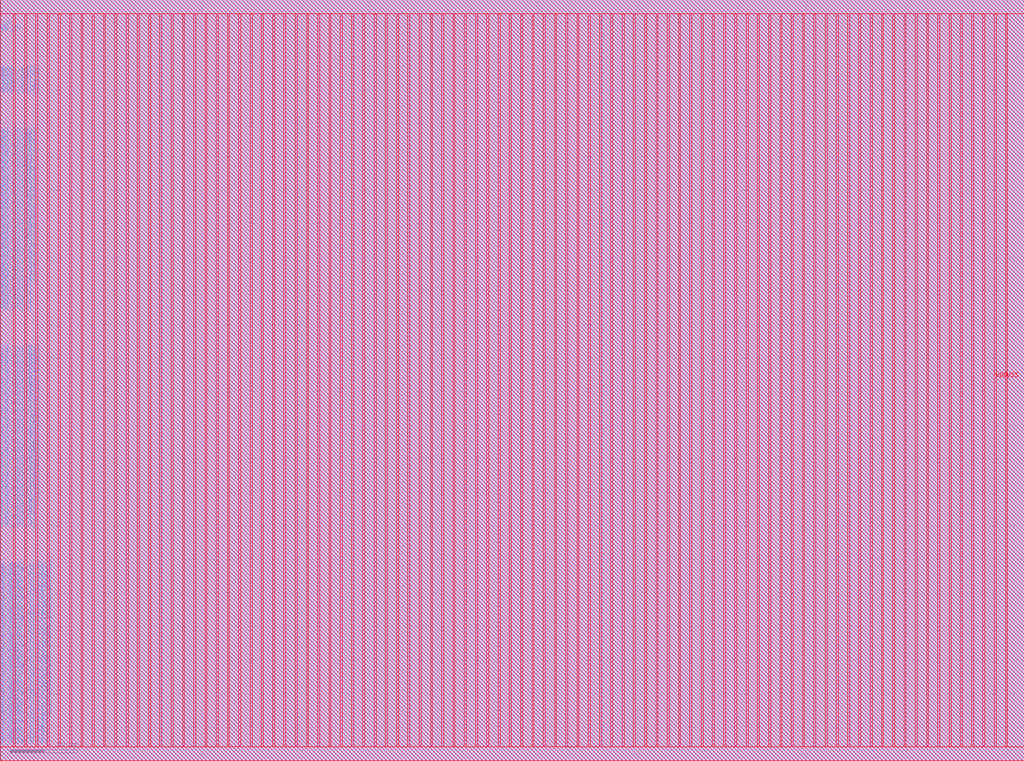
<source format=lef>
VERSION 5.7 ;
BUSBITCHARS "[]" ;
MACRO fakeram45_512x64
  FOREIGN fakeram45_512x64 0 0 ;
  SYMMETRY X Y R90 ;
  SIZE 152.570 BY 113.400 ;
  CLASS BLOCK ;
  PIN w_mask_in[0]
    DIRECTION INPUT ;
    USE SIGNAL ;
    SHAPE ABUTMENT ;
    PORT
      LAYER metal3 ;
      RECT 0.000 2.065 0.070 2.135 ;
    END
  END w_mask_in[0]
  PIN w_mask_in[1]
    DIRECTION INPUT ;
    USE SIGNAL ;
    SHAPE ABUTMENT ;
    PORT
      LAYER metal3 ;
      RECT 0.000 2.485 0.070 2.555 ;
    END
  END w_mask_in[1]
  PIN w_mask_in[2]
    DIRECTION INPUT ;
    USE SIGNAL ;
    SHAPE ABUTMENT ;
    PORT
      LAYER metal3 ;
      RECT 0.000 2.905 0.070 2.975 ;
    END
  END w_mask_in[2]
  PIN w_mask_in[3]
    DIRECTION INPUT ;
    USE SIGNAL ;
    SHAPE ABUTMENT ;
    PORT
      LAYER metal3 ;
      RECT 0.000 3.325 0.070 3.395 ;
    END
  END w_mask_in[3]
  PIN w_mask_in[4]
    DIRECTION INPUT ;
    USE SIGNAL ;
    SHAPE ABUTMENT ;
    PORT
      LAYER metal3 ;
      RECT 0.000 3.745 0.070 3.815 ;
    END
  END w_mask_in[4]
  PIN w_mask_in[5]
    DIRECTION INPUT ;
    USE SIGNAL ;
    SHAPE ABUTMENT ;
    PORT
      LAYER metal3 ;
      RECT 0.000 4.165 0.070 4.235 ;
    END
  END w_mask_in[5]
  PIN w_mask_in[6]
    DIRECTION INPUT ;
    USE SIGNAL ;
    SHAPE ABUTMENT ;
    PORT
      LAYER metal3 ;
      RECT 0.000 4.585 0.070 4.655 ;
    END
  END w_mask_in[6]
  PIN w_mask_in[7]
    DIRECTION INPUT ;
    USE SIGNAL ;
    SHAPE ABUTMENT ;
    PORT
      LAYER metal3 ;
      RECT 0.000 5.005 0.070 5.075 ;
    END
  END w_mask_in[7]
  PIN w_mask_in[8]
    DIRECTION INPUT ;
    USE SIGNAL ;
    SHAPE ABUTMENT ;
    PORT
      LAYER metal3 ;
      RECT 0.000 5.425 0.070 5.495 ;
    END
  END w_mask_in[8]
  PIN w_mask_in[9]
    DIRECTION INPUT ;
    USE SIGNAL ;
    SHAPE ABUTMENT ;
    PORT
      LAYER metal3 ;
      RECT 0.000 5.845 0.070 5.915 ;
    END
  END w_mask_in[9]
  PIN w_mask_in[10]
    DIRECTION INPUT ;
    USE SIGNAL ;
    SHAPE ABUTMENT ;
    PORT
      LAYER metal3 ;
      RECT 0.000 6.265 0.070 6.335 ;
    END
  END w_mask_in[10]
  PIN w_mask_in[11]
    DIRECTION INPUT ;
    USE SIGNAL ;
    SHAPE ABUTMENT ;
    PORT
      LAYER metal3 ;
      RECT 0.000 6.685 0.070 6.755 ;
    END
  END w_mask_in[11]
  PIN w_mask_in[12]
    DIRECTION INPUT ;
    USE SIGNAL ;
    SHAPE ABUTMENT ;
    PORT
      LAYER metal3 ;
      RECT 0.000 7.105 0.070 7.175 ;
    END
  END w_mask_in[12]
  PIN w_mask_in[13]
    DIRECTION INPUT ;
    USE SIGNAL ;
    SHAPE ABUTMENT ;
    PORT
      LAYER metal3 ;
      RECT 0.000 7.525 0.070 7.595 ;
    END
  END w_mask_in[13]
  PIN w_mask_in[14]
    DIRECTION INPUT ;
    USE SIGNAL ;
    SHAPE ABUTMENT ;
    PORT
      LAYER metal3 ;
      RECT 0.000 7.945 0.070 8.015 ;
    END
  END w_mask_in[14]
  PIN w_mask_in[15]
    DIRECTION INPUT ;
    USE SIGNAL ;
    SHAPE ABUTMENT ;
    PORT
      LAYER metal3 ;
      RECT 0.000 8.365 0.070 8.435 ;
    END
  END w_mask_in[15]
  PIN w_mask_in[16]
    DIRECTION INPUT ;
    USE SIGNAL ;
    SHAPE ABUTMENT ;
    PORT
      LAYER metal3 ;
      RECT 0.000 8.785 0.070 8.855 ;
    END
  END w_mask_in[16]
  PIN w_mask_in[17]
    DIRECTION INPUT ;
    USE SIGNAL ;
    SHAPE ABUTMENT ;
    PORT
      LAYER metal3 ;
      RECT 0.000 9.205 0.070 9.275 ;
    END
  END w_mask_in[17]
  PIN w_mask_in[18]
    DIRECTION INPUT ;
    USE SIGNAL ;
    SHAPE ABUTMENT ;
    PORT
      LAYER metal3 ;
      RECT 0.000 9.625 0.070 9.695 ;
    END
  END w_mask_in[18]
  PIN w_mask_in[19]
    DIRECTION INPUT ;
    USE SIGNAL ;
    SHAPE ABUTMENT ;
    PORT
      LAYER metal3 ;
      RECT 0.000 10.045 0.070 10.115 ;
    END
  END w_mask_in[19]
  PIN w_mask_in[20]
    DIRECTION INPUT ;
    USE SIGNAL ;
    SHAPE ABUTMENT ;
    PORT
      LAYER metal3 ;
      RECT 0.000 10.465 0.070 10.535 ;
    END
  END w_mask_in[20]
  PIN w_mask_in[21]
    DIRECTION INPUT ;
    USE SIGNAL ;
    SHAPE ABUTMENT ;
    PORT
      LAYER metal3 ;
      RECT 0.000 10.885 0.070 10.955 ;
    END
  END w_mask_in[21]
  PIN w_mask_in[22]
    DIRECTION INPUT ;
    USE SIGNAL ;
    SHAPE ABUTMENT ;
    PORT
      LAYER metal3 ;
      RECT 0.000 11.305 0.070 11.375 ;
    END
  END w_mask_in[22]
  PIN w_mask_in[23]
    DIRECTION INPUT ;
    USE SIGNAL ;
    SHAPE ABUTMENT ;
    PORT
      LAYER metal3 ;
      RECT 0.000 11.725 0.070 11.795 ;
    END
  END w_mask_in[23]
  PIN w_mask_in[24]
    DIRECTION INPUT ;
    USE SIGNAL ;
    SHAPE ABUTMENT ;
    PORT
      LAYER metal3 ;
      RECT 0.000 12.145 0.070 12.215 ;
    END
  END w_mask_in[24]
  PIN w_mask_in[25]
    DIRECTION INPUT ;
    USE SIGNAL ;
    SHAPE ABUTMENT ;
    PORT
      LAYER metal3 ;
      RECT 0.000 12.565 0.070 12.635 ;
    END
  END w_mask_in[25]
  PIN w_mask_in[26]
    DIRECTION INPUT ;
    USE SIGNAL ;
    SHAPE ABUTMENT ;
    PORT
      LAYER metal3 ;
      RECT 0.000 12.985 0.070 13.055 ;
    END
  END w_mask_in[26]
  PIN w_mask_in[27]
    DIRECTION INPUT ;
    USE SIGNAL ;
    SHAPE ABUTMENT ;
    PORT
      LAYER metal3 ;
      RECT 0.000 13.405 0.070 13.475 ;
    END
  END w_mask_in[27]
  PIN w_mask_in[28]
    DIRECTION INPUT ;
    USE SIGNAL ;
    SHAPE ABUTMENT ;
    PORT
      LAYER metal3 ;
      RECT 0.000 13.825 0.070 13.895 ;
    END
  END w_mask_in[28]
  PIN w_mask_in[29]
    DIRECTION INPUT ;
    USE SIGNAL ;
    SHAPE ABUTMENT ;
    PORT
      LAYER metal3 ;
      RECT 0.000 14.245 0.070 14.315 ;
    END
  END w_mask_in[29]
  PIN w_mask_in[30]
    DIRECTION INPUT ;
    USE SIGNAL ;
    SHAPE ABUTMENT ;
    PORT
      LAYER metal3 ;
      RECT 0.000 14.665 0.070 14.735 ;
    END
  END w_mask_in[30]
  PIN w_mask_in[31]
    DIRECTION INPUT ;
    USE SIGNAL ;
    SHAPE ABUTMENT ;
    PORT
      LAYER metal3 ;
      RECT 0.000 15.085 0.070 15.155 ;
    END
  END w_mask_in[31]
  PIN w_mask_in[32]
    DIRECTION INPUT ;
    USE SIGNAL ;
    SHAPE ABUTMENT ;
    PORT
      LAYER metal3 ;
      RECT 0.000 15.505 0.070 15.575 ;
    END
  END w_mask_in[32]
  PIN w_mask_in[33]
    DIRECTION INPUT ;
    USE SIGNAL ;
    SHAPE ABUTMENT ;
    PORT
      LAYER metal3 ;
      RECT 0.000 15.925 0.070 15.995 ;
    END
  END w_mask_in[33]
  PIN w_mask_in[34]
    DIRECTION INPUT ;
    USE SIGNAL ;
    SHAPE ABUTMENT ;
    PORT
      LAYER metal3 ;
      RECT 0.000 16.345 0.070 16.415 ;
    END
  END w_mask_in[34]
  PIN w_mask_in[35]
    DIRECTION INPUT ;
    USE SIGNAL ;
    SHAPE ABUTMENT ;
    PORT
      LAYER metal3 ;
      RECT 0.000 16.765 0.070 16.835 ;
    END
  END w_mask_in[35]
  PIN w_mask_in[36]
    DIRECTION INPUT ;
    USE SIGNAL ;
    SHAPE ABUTMENT ;
    PORT
      LAYER metal3 ;
      RECT 0.000 17.185 0.070 17.255 ;
    END
  END w_mask_in[36]
  PIN w_mask_in[37]
    DIRECTION INPUT ;
    USE SIGNAL ;
    SHAPE ABUTMENT ;
    PORT
      LAYER metal3 ;
      RECT 0.000 17.605 0.070 17.675 ;
    END
  END w_mask_in[37]
  PIN w_mask_in[38]
    DIRECTION INPUT ;
    USE SIGNAL ;
    SHAPE ABUTMENT ;
    PORT
      LAYER metal3 ;
      RECT 0.000 18.025 0.070 18.095 ;
    END
  END w_mask_in[38]
  PIN w_mask_in[39]
    DIRECTION INPUT ;
    USE SIGNAL ;
    SHAPE ABUTMENT ;
    PORT
      LAYER metal3 ;
      RECT 0.000 18.445 0.070 18.515 ;
    END
  END w_mask_in[39]
  PIN w_mask_in[40]
    DIRECTION INPUT ;
    USE SIGNAL ;
    SHAPE ABUTMENT ;
    PORT
      LAYER metal3 ;
      RECT 0.000 18.865 0.070 18.935 ;
    END
  END w_mask_in[40]
  PIN w_mask_in[41]
    DIRECTION INPUT ;
    USE SIGNAL ;
    SHAPE ABUTMENT ;
    PORT
      LAYER metal3 ;
      RECT 0.000 19.285 0.070 19.355 ;
    END
  END w_mask_in[41]
  PIN w_mask_in[42]
    DIRECTION INPUT ;
    USE SIGNAL ;
    SHAPE ABUTMENT ;
    PORT
      LAYER metal3 ;
      RECT 0.000 19.705 0.070 19.775 ;
    END
  END w_mask_in[42]
  PIN w_mask_in[43]
    DIRECTION INPUT ;
    USE SIGNAL ;
    SHAPE ABUTMENT ;
    PORT
      LAYER metal3 ;
      RECT 0.000 20.125 0.070 20.195 ;
    END
  END w_mask_in[43]
  PIN w_mask_in[44]
    DIRECTION INPUT ;
    USE SIGNAL ;
    SHAPE ABUTMENT ;
    PORT
      LAYER metal3 ;
      RECT 0.000 20.545 0.070 20.615 ;
    END
  END w_mask_in[44]
  PIN w_mask_in[45]
    DIRECTION INPUT ;
    USE SIGNAL ;
    SHAPE ABUTMENT ;
    PORT
      LAYER metal3 ;
      RECT 0.000 20.965 0.070 21.035 ;
    END
  END w_mask_in[45]
  PIN w_mask_in[46]
    DIRECTION INPUT ;
    USE SIGNAL ;
    SHAPE ABUTMENT ;
    PORT
      LAYER metal3 ;
      RECT 0.000 21.385 0.070 21.455 ;
    END
  END w_mask_in[46]
  PIN w_mask_in[47]
    DIRECTION INPUT ;
    USE SIGNAL ;
    SHAPE ABUTMENT ;
    PORT
      LAYER metal3 ;
      RECT 0.000 21.805 0.070 21.875 ;
    END
  END w_mask_in[47]
  PIN w_mask_in[48]
    DIRECTION INPUT ;
    USE SIGNAL ;
    SHAPE ABUTMENT ;
    PORT
      LAYER metal3 ;
      RECT 0.000 22.225 0.070 22.295 ;
    END
  END w_mask_in[48]
  PIN w_mask_in[49]
    DIRECTION INPUT ;
    USE SIGNAL ;
    SHAPE ABUTMENT ;
    PORT
      LAYER metal3 ;
      RECT 0.000 22.645 0.070 22.715 ;
    END
  END w_mask_in[49]
  PIN w_mask_in[50]
    DIRECTION INPUT ;
    USE SIGNAL ;
    SHAPE ABUTMENT ;
    PORT
      LAYER metal3 ;
      RECT 0.000 23.065 0.070 23.135 ;
    END
  END w_mask_in[50]
  PIN w_mask_in[51]
    DIRECTION INPUT ;
    USE SIGNAL ;
    SHAPE ABUTMENT ;
    PORT
      LAYER metal3 ;
      RECT 0.000 23.485 0.070 23.555 ;
    END
  END w_mask_in[51]
  PIN w_mask_in[52]
    DIRECTION INPUT ;
    USE SIGNAL ;
    SHAPE ABUTMENT ;
    PORT
      LAYER metal3 ;
      RECT 0.000 23.905 0.070 23.975 ;
    END
  END w_mask_in[52]
  PIN w_mask_in[53]
    DIRECTION INPUT ;
    USE SIGNAL ;
    SHAPE ABUTMENT ;
    PORT
      LAYER metal3 ;
      RECT 0.000 24.325 0.070 24.395 ;
    END
  END w_mask_in[53]
  PIN w_mask_in[54]
    DIRECTION INPUT ;
    USE SIGNAL ;
    SHAPE ABUTMENT ;
    PORT
      LAYER metal3 ;
      RECT 0.000 24.745 0.070 24.815 ;
    END
  END w_mask_in[54]
  PIN w_mask_in[55]
    DIRECTION INPUT ;
    USE SIGNAL ;
    SHAPE ABUTMENT ;
    PORT
      LAYER metal3 ;
      RECT 0.000 25.165 0.070 25.235 ;
    END
  END w_mask_in[55]
  PIN w_mask_in[56]
    DIRECTION INPUT ;
    USE SIGNAL ;
    SHAPE ABUTMENT ;
    PORT
      LAYER metal3 ;
      RECT 0.000 25.585 0.070 25.655 ;
    END
  END w_mask_in[56]
  PIN w_mask_in[57]
    DIRECTION INPUT ;
    USE SIGNAL ;
    SHAPE ABUTMENT ;
    PORT
      LAYER metal3 ;
      RECT 0.000 26.005 0.070 26.075 ;
    END
  END w_mask_in[57]
  PIN w_mask_in[58]
    DIRECTION INPUT ;
    USE SIGNAL ;
    SHAPE ABUTMENT ;
    PORT
      LAYER metal3 ;
      RECT 0.000 26.425 0.070 26.495 ;
    END
  END w_mask_in[58]
  PIN w_mask_in[59]
    DIRECTION INPUT ;
    USE SIGNAL ;
    SHAPE ABUTMENT ;
    PORT
      LAYER metal3 ;
      RECT 0.000 26.845 0.070 26.915 ;
    END
  END w_mask_in[59]
  PIN w_mask_in[60]
    DIRECTION INPUT ;
    USE SIGNAL ;
    SHAPE ABUTMENT ;
    PORT
      LAYER metal3 ;
      RECT 0.000 27.265 0.070 27.335 ;
    END
  END w_mask_in[60]
  PIN w_mask_in[61]
    DIRECTION INPUT ;
    USE SIGNAL ;
    SHAPE ABUTMENT ;
    PORT
      LAYER metal3 ;
      RECT 0.000 27.685 0.070 27.755 ;
    END
  END w_mask_in[61]
  PIN w_mask_in[62]
    DIRECTION INPUT ;
    USE SIGNAL ;
    SHAPE ABUTMENT ;
    PORT
      LAYER metal3 ;
      RECT 0.000 28.105 0.070 28.175 ;
    END
  END w_mask_in[62]
  PIN w_mask_in[63]
    DIRECTION INPUT ;
    USE SIGNAL ;
    SHAPE ABUTMENT ;
    PORT
      LAYER metal3 ;
      RECT 0.000 28.525 0.070 28.595 ;
    END
  END w_mask_in[63]
  PIN rd_out[0]
    DIRECTION OUTPUT ;
    USE SIGNAL ;
    SHAPE ABUTMENT ;
    PORT
      LAYER metal3 ;
      RECT 0.000 34.405 0.070 34.475 ;
    END
  END rd_out[0]
  PIN rd_out[1]
    DIRECTION OUTPUT ;
    USE SIGNAL ;
    SHAPE ABUTMENT ;
    PORT
      LAYER metal3 ;
      RECT 0.000 34.825 0.070 34.895 ;
    END
  END rd_out[1]
  PIN rd_out[2]
    DIRECTION OUTPUT ;
    USE SIGNAL ;
    SHAPE ABUTMENT ;
    PORT
      LAYER metal3 ;
      RECT 0.000 35.245 0.070 35.315 ;
    END
  END rd_out[2]
  PIN rd_out[3]
    DIRECTION OUTPUT ;
    USE SIGNAL ;
    SHAPE ABUTMENT ;
    PORT
      LAYER metal3 ;
      RECT 0.000 35.665 0.070 35.735 ;
    END
  END rd_out[3]
  PIN rd_out[4]
    DIRECTION OUTPUT ;
    USE SIGNAL ;
    SHAPE ABUTMENT ;
    PORT
      LAYER metal3 ;
      RECT 0.000 36.085 0.070 36.155 ;
    END
  END rd_out[4]
  PIN rd_out[5]
    DIRECTION OUTPUT ;
    USE SIGNAL ;
    SHAPE ABUTMENT ;
    PORT
      LAYER metal3 ;
      RECT 0.000 36.505 0.070 36.575 ;
    END
  END rd_out[5]
  PIN rd_out[6]
    DIRECTION OUTPUT ;
    USE SIGNAL ;
    SHAPE ABUTMENT ;
    PORT
      LAYER metal3 ;
      RECT 0.000 36.925 0.070 36.995 ;
    END
  END rd_out[6]
  PIN rd_out[7]
    DIRECTION OUTPUT ;
    USE SIGNAL ;
    SHAPE ABUTMENT ;
    PORT
      LAYER metal3 ;
      RECT 0.000 37.345 0.070 37.415 ;
    END
  END rd_out[7]
  PIN rd_out[8]
    DIRECTION OUTPUT ;
    USE SIGNAL ;
    SHAPE ABUTMENT ;
    PORT
      LAYER metal3 ;
      RECT 0.000 37.765 0.070 37.835 ;
    END
  END rd_out[8]
  PIN rd_out[9]
    DIRECTION OUTPUT ;
    USE SIGNAL ;
    SHAPE ABUTMENT ;
    PORT
      LAYER metal3 ;
      RECT 0.000 38.185 0.070 38.255 ;
    END
  END rd_out[9]
  PIN rd_out[10]
    DIRECTION OUTPUT ;
    USE SIGNAL ;
    SHAPE ABUTMENT ;
    PORT
      LAYER metal3 ;
      RECT 0.000 38.605 0.070 38.675 ;
    END
  END rd_out[10]
  PIN rd_out[11]
    DIRECTION OUTPUT ;
    USE SIGNAL ;
    SHAPE ABUTMENT ;
    PORT
      LAYER metal3 ;
      RECT 0.000 39.025 0.070 39.095 ;
    END
  END rd_out[11]
  PIN rd_out[12]
    DIRECTION OUTPUT ;
    USE SIGNAL ;
    SHAPE ABUTMENT ;
    PORT
      LAYER metal3 ;
      RECT 0.000 39.445 0.070 39.515 ;
    END
  END rd_out[12]
  PIN rd_out[13]
    DIRECTION OUTPUT ;
    USE SIGNAL ;
    SHAPE ABUTMENT ;
    PORT
      LAYER metal3 ;
      RECT 0.000 39.865 0.070 39.935 ;
    END
  END rd_out[13]
  PIN rd_out[14]
    DIRECTION OUTPUT ;
    USE SIGNAL ;
    SHAPE ABUTMENT ;
    PORT
      LAYER metal3 ;
      RECT 0.000 40.285 0.070 40.355 ;
    END
  END rd_out[14]
  PIN rd_out[15]
    DIRECTION OUTPUT ;
    USE SIGNAL ;
    SHAPE ABUTMENT ;
    PORT
      LAYER metal3 ;
      RECT 0.000 40.705 0.070 40.775 ;
    END
  END rd_out[15]
  PIN rd_out[16]
    DIRECTION OUTPUT ;
    USE SIGNAL ;
    SHAPE ABUTMENT ;
    PORT
      LAYER metal3 ;
      RECT 0.000 41.125 0.070 41.195 ;
    END
  END rd_out[16]
  PIN rd_out[17]
    DIRECTION OUTPUT ;
    USE SIGNAL ;
    SHAPE ABUTMENT ;
    PORT
      LAYER metal3 ;
      RECT 0.000 41.545 0.070 41.615 ;
    END
  END rd_out[17]
  PIN rd_out[18]
    DIRECTION OUTPUT ;
    USE SIGNAL ;
    SHAPE ABUTMENT ;
    PORT
      LAYER metal3 ;
      RECT 0.000 41.965 0.070 42.035 ;
    END
  END rd_out[18]
  PIN rd_out[19]
    DIRECTION OUTPUT ;
    USE SIGNAL ;
    SHAPE ABUTMENT ;
    PORT
      LAYER metal3 ;
      RECT 0.000 42.385 0.070 42.455 ;
    END
  END rd_out[19]
  PIN rd_out[20]
    DIRECTION OUTPUT ;
    USE SIGNAL ;
    SHAPE ABUTMENT ;
    PORT
      LAYER metal3 ;
      RECT 0.000 42.805 0.070 42.875 ;
    END
  END rd_out[20]
  PIN rd_out[21]
    DIRECTION OUTPUT ;
    USE SIGNAL ;
    SHAPE ABUTMENT ;
    PORT
      LAYER metal3 ;
      RECT 0.000 43.225 0.070 43.295 ;
    END
  END rd_out[21]
  PIN rd_out[22]
    DIRECTION OUTPUT ;
    USE SIGNAL ;
    SHAPE ABUTMENT ;
    PORT
      LAYER metal3 ;
      RECT 0.000 43.645 0.070 43.715 ;
    END
  END rd_out[22]
  PIN rd_out[23]
    DIRECTION OUTPUT ;
    USE SIGNAL ;
    SHAPE ABUTMENT ;
    PORT
      LAYER metal3 ;
      RECT 0.000 44.065 0.070 44.135 ;
    END
  END rd_out[23]
  PIN rd_out[24]
    DIRECTION OUTPUT ;
    USE SIGNAL ;
    SHAPE ABUTMENT ;
    PORT
      LAYER metal3 ;
      RECT 0.000 44.485 0.070 44.555 ;
    END
  END rd_out[24]
  PIN rd_out[25]
    DIRECTION OUTPUT ;
    USE SIGNAL ;
    SHAPE ABUTMENT ;
    PORT
      LAYER metal3 ;
      RECT 0.000 44.905 0.070 44.975 ;
    END
  END rd_out[25]
  PIN rd_out[26]
    DIRECTION OUTPUT ;
    USE SIGNAL ;
    SHAPE ABUTMENT ;
    PORT
      LAYER metal3 ;
      RECT 0.000 45.325 0.070 45.395 ;
    END
  END rd_out[26]
  PIN rd_out[27]
    DIRECTION OUTPUT ;
    USE SIGNAL ;
    SHAPE ABUTMENT ;
    PORT
      LAYER metal3 ;
      RECT 0.000 45.745 0.070 45.815 ;
    END
  END rd_out[27]
  PIN rd_out[28]
    DIRECTION OUTPUT ;
    USE SIGNAL ;
    SHAPE ABUTMENT ;
    PORT
      LAYER metal3 ;
      RECT 0.000 46.165 0.070 46.235 ;
    END
  END rd_out[28]
  PIN rd_out[29]
    DIRECTION OUTPUT ;
    USE SIGNAL ;
    SHAPE ABUTMENT ;
    PORT
      LAYER metal3 ;
      RECT 0.000 46.585 0.070 46.655 ;
    END
  END rd_out[29]
  PIN rd_out[30]
    DIRECTION OUTPUT ;
    USE SIGNAL ;
    SHAPE ABUTMENT ;
    PORT
      LAYER metal3 ;
      RECT 0.000 47.005 0.070 47.075 ;
    END
  END rd_out[30]
  PIN rd_out[31]
    DIRECTION OUTPUT ;
    USE SIGNAL ;
    SHAPE ABUTMENT ;
    PORT
      LAYER metal3 ;
      RECT 0.000 47.425 0.070 47.495 ;
    END
  END rd_out[31]
  PIN rd_out[32]
    DIRECTION OUTPUT ;
    USE SIGNAL ;
    SHAPE ABUTMENT ;
    PORT
      LAYER metal3 ;
      RECT 0.000 47.845 0.070 47.915 ;
    END
  END rd_out[32]
  PIN rd_out[33]
    DIRECTION OUTPUT ;
    USE SIGNAL ;
    SHAPE ABUTMENT ;
    PORT
      LAYER metal3 ;
      RECT 0.000 48.265 0.070 48.335 ;
    END
  END rd_out[33]
  PIN rd_out[34]
    DIRECTION OUTPUT ;
    USE SIGNAL ;
    SHAPE ABUTMENT ;
    PORT
      LAYER metal3 ;
      RECT 0.000 48.685 0.070 48.755 ;
    END
  END rd_out[34]
  PIN rd_out[35]
    DIRECTION OUTPUT ;
    USE SIGNAL ;
    SHAPE ABUTMENT ;
    PORT
      LAYER metal3 ;
      RECT 0.000 49.105 0.070 49.175 ;
    END
  END rd_out[35]
  PIN rd_out[36]
    DIRECTION OUTPUT ;
    USE SIGNAL ;
    SHAPE ABUTMENT ;
    PORT
      LAYER metal3 ;
      RECT 0.000 49.525 0.070 49.595 ;
    END
  END rd_out[36]
  PIN rd_out[37]
    DIRECTION OUTPUT ;
    USE SIGNAL ;
    SHAPE ABUTMENT ;
    PORT
      LAYER metal3 ;
      RECT 0.000 49.945 0.070 50.015 ;
    END
  END rd_out[37]
  PIN rd_out[38]
    DIRECTION OUTPUT ;
    USE SIGNAL ;
    SHAPE ABUTMENT ;
    PORT
      LAYER metal3 ;
      RECT 0.000 50.365 0.070 50.435 ;
    END
  END rd_out[38]
  PIN rd_out[39]
    DIRECTION OUTPUT ;
    USE SIGNAL ;
    SHAPE ABUTMENT ;
    PORT
      LAYER metal3 ;
      RECT 0.000 50.785 0.070 50.855 ;
    END
  END rd_out[39]
  PIN rd_out[40]
    DIRECTION OUTPUT ;
    USE SIGNAL ;
    SHAPE ABUTMENT ;
    PORT
      LAYER metal3 ;
      RECT 0.000 51.205 0.070 51.275 ;
    END
  END rd_out[40]
  PIN rd_out[41]
    DIRECTION OUTPUT ;
    USE SIGNAL ;
    SHAPE ABUTMENT ;
    PORT
      LAYER metal3 ;
      RECT 0.000 51.625 0.070 51.695 ;
    END
  END rd_out[41]
  PIN rd_out[42]
    DIRECTION OUTPUT ;
    USE SIGNAL ;
    SHAPE ABUTMENT ;
    PORT
      LAYER metal3 ;
      RECT 0.000 52.045 0.070 52.115 ;
    END
  END rd_out[42]
  PIN rd_out[43]
    DIRECTION OUTPUT ;
    USE SIGNAL ;
    SHAPE ABUTMENT ;
    PORT
      LAYER metal3 ;
      RECT 0.000 52.465 0.070 52.535 ;
    END
  END rd_out[43]
  PIN rd_out[44]
    DIRECTION OUTPUT ;
    USE SIGNAL ;
    SHAPE ABUTMENT ;
    PORT
      LAYER metal3 ;
      RECT 0.000 52.885 0.070 52.955 ;
    END
  END rd_out[44]
  PIN rd_out[45]
    DIRECTION OUTPUT ;
    USE SIGNAL ;
    SHAPE ABUTMENT ;
    PORT
      LAYER metal3 ;
      RECT 0.000 53.305 0.070 53.375 ;
    END
  END rd_out[45]
  PIN rd_out[46]
    DIRECTION OUTPUT ;
    USE SIGNAL ;
    SHAPE ABUTMENT ;
    PORT
      LAYER metal3 ;
      RECT 0.000 53.725 0.070 53.795 ;
    END
  END rd_out[46]
  PIN rd_out[47]
    DIRECTION OUTPUT ;
    USE SIGNAL ;
    SHAPE ABUTMENT ;
    PORT
      LAYER metal3 ;
      RECT 0.000 54.145 0.070 54.215 ;
    END
  END rd_out[47]
  PIN rd_out[48]
    DIRECTION OUTPUT ;
    USE SIGNAL ;
    SHAPE ABUTMENT ;
    PORT
      LAYER metal3 ;
      RECT 0.000 54.565 0.070 54.635 ;
    END
  END rd_out[48]
  PIN rd_out[49]
    DIRECTION OUTPUT ;
    USE SIGNAL ;
    SHAPE ABUTMENT ;
    PORT
      LAYER metal3 ;
      RECT 0.000 54.985 0.070 55.055 ;
    END
  END rd_out[49]
  PIN rd_out[50]
    DIRECTION OUTPUT ;
    USE SIGNAL ;
    SHAPE ABUTMENT ;
    PORT
      LAYER metal3 ;
      RECT 0.000 55.405 0.070 55.475 ;
    END
  END rd_out[50]
  PIN rd_out[51]
    DIRECTION OUTPUT ;
    USE SIGNAL ;
    SHAPE ABUTMENT ;
    PORT
      LAYER metal3 ;
      RECT 0.000 55.825 0.070 55.895 ;
    END
  END rd_out[51]
  PIN rd_out[52]
    DIRECTION OUTPUT ;
    USE SIGNAL ;
    SHAPE ABUTMENT ;
    PORT
      LAYER metal3 ;
      RECT 0.000 56.245 0.070 56.315 ;
    END
  END rd_out[52]
  PIN rd_out[53]
    DIRECTION OUTPUT ;
    USE SIGNAL ;
    SHAPE ABUTMENT ;
    PORT
      LAYER metal3 ;
      RECT 0.000 56.665 0.070 56.735 ;
    END
  END rd_out[53]
  PIN rd_out[54]
    DIRECTION OUTPUT ;
    USE SIGNAL ;
    SHAPE ABUTMENT ;
    PORT
      LAYER metal3 ;
      RECT 0.000 57.085 0.070 57.155 ;
    END
  END rd_out[54]
  PIN rd_out[55]
    DIRECTION OUTPUT ;
    USE SIGNAL ;
    SHAPE ABUTMENT ;
    PORT
      LAYER metal3 ;
      RECT 0.000 57.505 0.070 57.575 ;
    END
  END rd_out[55]
  PIN rd_out[56]
    DIRECTION OUTPUT ;
    USE SIGNAL ;
    SHAPE ABUTMENT ;
    PORT
      LAYER metal3 ;
      RECT 0.000 57.925 0.070 57.995 ;
    END
  END rd_out[56]
  PIN rd_out[57]
    DIRECTION OUTPUT ;
    USE SIGNAL ;
    SHAPE ABUTMENT ;
    PORT
      LAYER metal3 ;
      RECT 0.000 58.345 0.070 58.415 ;
    END
  END rd_out[57]
  PIN rd_out[58]
    DIRECTION OUTPUT ;
    USE SIGNAL ;
    SHAPE ABUTMENT ;
    PORT
      LAYER metal3 ;
      RECT 0.000 58.765 0.070 58.835 ;
    END
  END rd_out[58]
  PIN rd_out[59]
    DIRECTION OUTPUT ;
    USE SIGNAL ;
    SHAPE ABUTMENT ;
    PORT
      LAYER metal3 ;
      RECT 0.000 59.185 0.070 59.255 ;
    END
  END rd_out[59]
  PIN rd_out[60]
    DIRECTION OUTPUT ;
    USE SIGNAL ;
    SHAPE ABUTMENT ;
    PORT
      LAYER metal3 ;
      RECT 0.000 59.605 0.070 59.675 ;
    END
  END rd_out[60]
  PIN rd_out[61]
    DIRECTION OUTPUT ;
    USE SIGNAL ;
    SHAPE ABUTMENT ;
    PORT
      LAYER metal3 ;
      RECT 0.000 60.025 0.070 60.095 ;
    END
  END rd_out[61]
  PIN rd_out[62]
    DIRECTION OUTPUT ;
    USE SIGNAL ;
    SHAPE ABUTMENT ;
    PORT
      LAYER metal3 ;
      RECT 0.000 60.445 0.070 60.515 ;
    END
  END rd_out[62]
  PIN rd_out[63]
    DIRECTION OUTPUT ;
    USE SIGNAL ;
    SHAPE ABUTMENT ;
    PORT
      LAYER metal3 ;
      RECT 0.000 60.865 0.070 60.935 ;
    END
  END rd_out[63]
  PIN wd_in[0]
    DIRECTION INPUT ;
    USE SIGNAL ;
    SHAPE ABUTMENT ;
    PORT
      LAYER metal3 ;
      RECT 0.000 66.745 0.070 66.815 ;
    END
  END wd_in[0]
  PIN wd_in[1]
    DIRECTION INPUT ;
    USE SIGNAL ;
    SHAPE ABUTMENT ;
    PORT
      LAYER metal3 ;
      RECT 0.000 67.165 0.070 67.235 ;
    END
  END wd_in[1]
  PIN wd_in[2]
    DIRECTION INPUT ;
    USE SIGNAL ;
    SHAPE ABUTMENT ;
    PORT
      LAYER metal3 ;
      RECT 0.000 67.585 0.070 67.655 ;
    END
  END wd_in[2]
  PIN wd_in[3]
    DIRECTION INPUT ;
    USE SIGNAL ;
    SHAPE ABUTMENT ;
    PORT
      LAYER metal3 ;
      RECT 0.000 68.005 0.070 68.075 ;
    END
  END wd_in[3]
  PIN wd_in[4]
    DIRECTION INPUT ;
    USE SIGNAL ;
    SHAPE ABUTMENT ;
    PORT
      LAYER metal3 ;
      RECT 0.000 68.425 0.070 68.495 ;
    END
  END wd_in[4]
  PIN wd_in[5]
    DIRECTION INPUT ;
    USE SIGNAL ;
    SHAPE ABUTMENT ;
    PORT
      LAYER metal3 ;
      RECT 0.000 68.845 0.070 68.915 ;
    END
  END wd_in[5]
  PIN wd_in[6]
    DIRECTION INPUT ;
    USE SIGNAL ;
    SHAPE ABUTMENT ;
    PORT
      LAYER metal3 ;
      RECT 0.000 69.265 0.070 69.335 ;
    END
  END wd_in[6]
  PIN wd_in[7]
    DIRECTION INPUT ;
    USE SIGNAL ;
    SHAPE ABUTMENT ;
    PORT
      LAYER metal3 ;
      RECT 0.000 69.685 0.070 69.755 ;
    END
  END wd_in[7]
  PIN wd_in[8]
    DIRECTION INPUT ;
    USE SIGNAL ;
    SHAPE ABUTMENT ;
    PORT
      LAYER metal3 ;
      RECT 0.000 70.105 0.070 70.175 ;
    END
  END wd_in[8]
  PIN wd_in[9]
    DIRECTION INPUT ;
    USE SIGNAL ;
    SHAPE ABUTMENT ;
    PORT
      LAYER metal3 ;
      RECT 0.000 70.525 0.070 70.595 ;
    END
  END wd_in[9]
  PIN wd_in[10]
    DIRECTION INPUT ;
    USE SIGNAL ;
    SHAPE ABUTMENT ;
    PORT
      LAYER metal3 ;
      RECT 0.000 70.945 0.070 71.015 ;
    END
  END wd_in[10]
  PIN wd_in[11]
    DIRECTION INPUT ;
    USE SIGNAL ;
    SHAPE ABUTMENT ;
    PORT
      LAYER metal3 ;
      RECT 0.000 71.365 0.070 71.435 ;
    END
  END wd_in[11]
  PIN wd_in[12]
    DIRECTION INPUT ;
    USE SIGNAL ;
    SHAPE ABUTMENT ;
    PORT
      LAYER metal3 ;
      RECT 0.000 71.785 0.070 71.855 ;
    END
  END wd_in[12]
  PIN wd_in[13]
    DIRECTION INPUT ;
    USE SIGNAL ;
    SHAPE ABUTMENT ;
    PORT
      LAYER metal3 ;
      RECT 0.000 72.205 0.070 72.275 ;
    END
  END wd_in[13]
  PIN wd_in[14]
    DIRECTION INPUT ;
    USE SIGNAL ;
    SHAPE ABUTMENT ;
    PORT
      LAYER metal3 ;
      RECT 0.000 72.625 0.070 72.695 ;
    END
  END wd_in[14]
  PIN wd_in[15]
    DIRECTION INPUT ;
    USE SIGNAL ;
    SHAPE ABUTMENT ;
    PORT
      LAYER metal3 ;
      RECT 0.000 73.045 0.070 73.115 ;
    END
  END wd_in[15]
  PIN wd_in[16]
    DIRECTION INPUT ;
    USE SIGNAL ;
    SHAPE ABUTMENT ;
    PORT
      LAYER metal3 ;
      RECT 0.000 73.465 0.070 73.535 ;
    END
  END wd_in[16]
  PIN wd_in[17]
    DIRECTION INPUT ;
    USE SIGNAL ;
    SHAPE ABUTMENT ;
    PORT
      LAYER metal3 ;
      RECT 0.000 73.885 0.070 73.955 ;
    END
  END wd_in[17]
  PIN wd_in[18]
    DIRECTION INPUT ;
    USE SIGNAL ;
    SHAPE ABUTMENT ;
    PORT
      LAYER metal3 ;
      RECT 0.000 74.305 0.070 74.375 ;
    END
  END wd_in[18]
  PIN wd_in[19]
    DIRECTION INPUT ;
    USE SIGNAL ;
    SHAPE ABUTMENT ;
    PORT
      LAYER metal3 ;
      RECT 0.000 74.725 0.070 74.795 ;
    END
  END wd_in[19]
  PIN wd_in[20]
    DIRECTION INPUT ;
    USE SIGNAL ;
    SHAPE ABUTMENT ;
    PORT
      LAYER metal3 ;
      RECT 0.000 75.145 0.070 75.215 ;
    END
  END wd_in[20]
  PIN wd_in[21]
    DIRECTION INPUT ;
    USE SIGNAL ;
    SHAPE ABUTMENT ;
    PORT
      LAYER metal3 ;
      RECT 0.000 75.565 0.070 75.635 ;
    END
  END wd_in[21]
  PIN wd_in[22]
    DIRECTION INPUT ;
    USE SIGNAL ;
    SHAPE ABUTMENT ;
    PORT
      LAYER metal3 ;
      RECT 0.000 75.985 0.070 76.055 ;
    END
  END wd_in[22]
  PIN wd_in[23]
    DIRECTION INPUT ;
    USE SIGNAL ;
    SHAPE ABUTMENT ;
    PORT
      LAYER metal3 ;
      RECT 0.000 76.405 0.070 76.475 ;
    END
  END wd_in[23]
  PIN wd_in[24]
    DIRECTION INPUT ;
    USE SIGNAL ;
    SHAPE ABUTMENT ;
    PORT
      LAYER metal3 ;
      RECT 0.000 76.825 0.070 76.895 ;
    END
  END wd_in[24]
  PIN wd_in[25]
    DIRECTION INPUT ;
    USE SIGNAL ;
    SHAPE ABUTMENT ;
    PORT
      LAYER metal3 ;
      RECT 0.000 77.245 0.070 77.315 ;
    END
  END wd_in[25]
  PIN wd_in[26]
    DIRECTION INPUT ;
    USE SIGNAL ;
    SHAPE ABUTMENT ;
    PORT
      LAYER metal3 ;
      RECT 0.000 77.665 0.070 77.735 ;
    END
  END wd_in[26]
  PIN wd_in[27]
    DIRECTION INPUT ;
    USE SIGNAL ;
    SHAPE ABUTMENT ;
    PORT
      LAYER metal3 ;
      RECT 0.000 78.085 0.070 78.155 ;
    END
  END wd_in[27]
  PIN wd_in[28]
    DIRECTION INPUT ;
    USE SIGNAL ;
    SHAPE ABUTMENT ;
    PORT
      LAYER metal3 ;
      RECT 0.000 78.505 0.070 78.575 ;
    END
  END wd_in[28]
  PIN wd_in[29]
    DIRECTION INPUT ;
    USE SIGNAL ;
    SHAPE ABUTMENT ;
    PORT
      LAYER metal3 ;
      RECT 0.000 78.925 0.070 78.995 ;
    END
  END wd_in[29]
  PIN wd_in[30]
    DIRECTION INPUT ;
    USE SIGNAL ;
    SHAPE ABUTMENT ;
    PORT
      LAYER metal3 ;
      RECT 0.000 79.345 0.070 79.415 ;
    END
  END wd_in[30]
  PIN wd_in[31]
    DIRECTION INPUT ;
    USE SIGNAL ;
    SHAPE ABUTMENT ;
    PORT
      LAYER metal3 ;
      RECT 0.000 79.765 0.070 79.835 ;
    END
  END wd_in[31]
  PIN wd_in[32]
    DIRECTION INPUT ;
    USE SIGNAL ;
    SHAPE ABUTMENT ;
    PORT
      LAYER metal3 ;
      RECT 0.000 80.185 0.070 80.255 ;
    END
  END wd_in[32]
  PIN wd_in[33]
    DIRECTION INPUT ;
    USE SIGNAL ;
    SHAPE ABUTMENT ;
    PORT
      LAYER metal3 ;
      RECT 0.000 80.605 0.070 80.675 ;
    END
  END wd_in[33]
  PIN wd_in[34]
    DIRECTION INPUT ;
    USE SIGNAL ;
    SHAPE ABUTMENT ;
    PORT
      LAYER metal3 ;
      RECT 0.000 81.025 0.070 81.095 ;
    END
  END wd_in[34]
  PIN wd_in[35]
    DIRECTION INPUT ;
    USE SIGNAL ;
    SHAPE ABUTMENT ;
    PORT
      LAYER metal3 ;
      RECT 0.000 81.445 0.070 81.515 ;
    END
  END wd_in[35]
  PIN wd_in[36]
    DIRECTION INPUT ;
    USE SIGNAL ;
    SHAPE ABUTMENT ;
    PORT
      LAYER metal3 ;
      RECT 0.000 81.865 0.070 81.935 ;
    END
  END wd_in[36]
  PIN wd_in[37]
    DIRECTION INPUT ;
    USE SIGNAL ;
    SHAPE ABUTMENT ;
    PORT
      LAYER metal3 ;
      RECT 0.000 82.285 0.070 82.355 ;
    END
  END wd_in[37]
  PIN wd_in[38]
    DIRECTION INPUT ;
    USE SIGNAL ;
    SHAPE ABUTMENT ;
    PORT
      LAYER metal3 ;
      RECT 0.000 82.705 0.070 82.775 ;
    END
  END wd_in[38]
  PIN wd_in[39]
    DIRECTION INPUT ;
    USE SIGNAL ;
    SHAPE ABUTMENT ;
    PORT
      LAYER metal3 ;
      RECT 0.000 83.125 0.070 83.195 ;
    END
  END wd_in[39]
  PIN wd_in[40]
    DIRECTION INPUT ;
    USE SIGNAL ;
    SHAPE ABUTMENT ;
    PORT
      LAYER metal3 ;
      RECT 0.000 83.545 0.070 83.615 ;
    END
  END wd_in[40]
  PIN wd_in[41]
    DIRECTION INPUT ;
    USE SIGNAL ;
    SHAPE ABUTMENT ;
    PORT
      LAYER metal3 ;
      RECT 0.000 83.965 0.070 84.035 ;
    END
  END wd_in[41]
  PIN wd_in[42]
    DIRECTION INPUT ;
    USE SIGNAL ;
    SHAPE ABUTMENT ;
    PORT
      LAYER metal3 ;
      RECT 0.000 84.385 0.070 84.455 ;
    END
  END wd_in[42]
  PIN wd_in[43]
    DIRECTION INPUT ;
    USE SIGNAL ;
    SHAPE ABUTMENT ;
    PORT
      LAYER metal3 ;
      RECT 0.000 84.805 0.070 84.875 ;
    END
  END wd_in[43]
  PIN wd_in[44]
    DIRECTION INPUT ;
    USE SIGNAL ;
    SHAPE ABUTMENT ;
    PORT
      LAYER metal3 ;
      RECT 0.000 85.225 0.070 85.295 ;
    END
  END wd_in[44]
  PIN wd_in[45]
    DIRECTION INPUT ;
    USE SIGNAL ;
    SHAPE ABUTMENT ;
    PORT
      LAYER metal3 ;
      RECT 0.000 85.645 0.070 85.715 ;
    END
  END wd_in[45]
  PIN wd_in[46]
    DIRECTION INPUT ;
    USE SIGNAL ;
    SHAPE ABUTMENT ;
    PORT
      LAYER metal3 ;
      RECT 0.000 86.065 0.070 86.135 ;
    END
  END wd_in[46]
  PIN wd_in[47]
    DIRECTION INPUT ;
    USE SIGNAL ;
    SHAPE ABUTMENT ;
    PORT
      LAYER metal3 ;
      RECT 0.000 86.485 0.070 86.555 ;
    END
  END wd_in[47]
  PIN wd_in[48]
    DIRECTION INPUT ;
    USE SIGNAL ;
    SHAPE ABUTMENT ;
    PORT
      LAYER metal3 ;
      RECT 0.000 86.905 0.070 86.975 ;
    END
  END wd_in[48]
  PIN wd_in[49]
    DIRECTION INPUT ;
    USE SIGNAL ;
    SHAPE ABUTMENT ;
    PORT
      LAYER metal3 ;
      RECT 0.000 87.325 0.070 87.395 ;
    END
  END wd_in[49]
  PIN wd_in[50]
    DIRECTION INPUT ;
    USE SIGNAL ;
    SHAPE ABUTMENT ;
    PORT
      LAYER metal3 ;
      RECT 0.000 87.745 0.070 87.815 ;
    END
  END wd_in[50]
  PIN wd_in[51]
    DIRECTION INPUT ;
    USE SIGNAL ;
    SHAPE ABUTMENT ;
    PORT
      LAYER metal3 ;
      RECT 0.000 88.165 0.070 88.235 ;
    END
  END wd_in[51]
  PIN wd_in[52]
    DIRECTION INPUT ;
    USE SIGNAL ;
    SHAPE ABUTMENT ;
    PORT
      LAYER metal3 ;
      RECT 0.000 88.585 0.070 88.655 ;
    END
  END wd_in[52]
  PIN wd_in[53]
    DIRECTION INPUT ;
    USE SIGNAL ;
    SHAPE ABUTMENT ;
    PORT
      LAYER metal3 ;
      RECT 0.000 89.005 0.070 89.075 ;
    END
  END wd_in[53]
  PIN wd_in[54]
    DIRECTION INPUT ;
    USE SIGNAL ;
    SHAPE ABUTMENT ;
    PORT
      LAYER metal3 ;
      RECT 0.000 89.425 0.070 89.495 ;
    END
  END wd_in[54]
  PIN wd_in[55]
    DIRECTION INPUT ;
    USE SIGNAL ;
    SHAPE ABUTMENT ;
    PORT
      LAYER metal3 ;
      RECT 0.000 89.845 0.070 89.915 ;
    END
  END wd_in[55]
  PIN wd_in[56]
    DIRECTION INPUT ;
    USE SIGNAL ;
    SHAPE ABUTMENT ;
    PORT
      LAYER metal3 ;
      RECT 0.000 90.265 0.070 90.335 ;
    END
  END wd_in[56]
  PIN wd_in[57]
    DIRECTION INPUT ;
    USE SIGNAL ;
    SHAPE ABUTMENT ;
    PORT
      LAYER metal3 ;
      RECT 0.000 90.685 0.070 90.755 ;
    END
  END wd_in[57]
  PIN wd_in[58]
    DIRECTION INPUT ;
    USE SIGNAL ;
    SHAPE ABUTMENT ;
    PORT
      LAYER metal3 ;
      RECT 0.000 91.105 0.070 91.175 ;
    END
  END wd_in[58]
  PIN wd_in[59]
    DIRECTION INPUT ;
    USE SIGNAL ;
    SHAPE ABUTMENT ;
    PORT
      LAYER metal3 ;
      RECT 0.000 91.525 0.070 91.595 ;
    END
  END wd_in[59]
  PIN wd_in[60]
    DIRECTION INPUT ;
    USE SIGNAL ;
    SHAPE ABUTMENT ;
    PORT
      LAYER metal3 ;
      RECT 0.000 91.945 0.070 92.015 ;
    END
  END wd_in[60]
  PIN wd_in[61]
    DIRECTION INPUT ;
    USE SIGNAL ;
    SHAPE ABUTMENT ;
    PORT
      LAYER metal3 ;
      RECT 0.000 92.365 0.070 92.435 ;
    END
  END wd_in[61]
  PIN wd_in[62]
    DIRECTION INPUT ;
    USE SIGNAL ;
    SHAPE ABUTMENT ;
    PORT
      LAYER metal3 ;
      RECT 0.000 92.785 0.070 92.855 ;
    END
  END wd_in[62]
  PIN wd_in[63]
    DIRECTION INPUT ;
    USE SIGNAL ;
    SHAPE ABUTMENT ;
    PORT
      LAYER metal3 ;
      RECT 0.000 93.205 0.070 93.275 ;
    END
  END wd_in[63]
  PIN addr_in[0]
    DIRECTION INPUT ;
    USE SIGNAL ;
    SHAPE ABUTMENT ;
    PORT
      LAYER metal3 ;
      RECT 0.000 99.085 0.070 99.155 ;
    END
  END addr_in[0]
  PIN addr_in[1]
    DIRECTION INPUT ;
    USE SIGNAL ;
    SHAPE ABUTMENT ;
    PORT
      LAYER metal3 ;
      RECT 0.000 99.505 0.070 99.575 ;
    END
  END addr_in[1]
  PIN addr_in[2]
    DIRECTION INPUT ;
    USE SIGNAL ;
    SHAPE ABUTMENT ;
    PORT
      LAYER metal3 ;
      RECT 0.000 99.925 0.070 99.995 ;
    END
  END addr_in[2]
  PIN addr_in[3]
    DIRECTION INPUT ;
    USE SIGNAL ;
    SHAPE ABUTMENT ;
    PORT
      LAYER metal3 ;
      RECT 0.000 100.345 0.070 100.415 ;
    END
  END addr_in[3]
  PIN addr_in[4]
    DIRECTION INPUT ;
    USE SIGNAL ;
    SHAPE ABUTMENT ;
    PORT
      LAYER metal3 ;
      RECT 0.000 100.765 0.070 100.835 ;
    END
  END addr_in[4]
  PIN addr_in[5]
    DIRECTION INPUT ;
    USE SIGNAL ;
    SHAPE ABUTMENT ;
    PORT
      LAYER metal3 ;
      RECT 0.000 101.185 0.070 101.255 ;
    END
  END addr_in[5]
  PIN addr_in[6]
    DIRECTION INPUT ;
    USE SIGNAL ;
    SHAPE ABUTMENT ;
    PORT
      LAYER metal3 ;
      RECT 0.000 101.605 0.070 101.675 ;
    END
  END addr_in[6]
  PIN addr_in[7]
    DIRECTION INPUT ;
    USE SIGNAL ;
    SHAPE ABUTMENT ;
    PORT
      LAYER metal3 ;
      RECT 0.000 102.025 0.070 102.095 ;
    END
  END addr_in[7]
  PIN addr_in[8]
    DIRECTION INPUT ;
    USE SIGNAL ;
    SHAPE ABUTMENT ;
    PORT
      LAYER metal3 ;
      RECT 0.000 102.445 0.070 102.515 ;
    END
  END addr_in[8]
  PIN we_in
    DIRECTION INPUT ;
    USE SIGNAL ;
    SHAPE ABUTMENT ;
    PORT
      LAYER metal3 ;
      RECT 0.000 108.325 0.070 108.395 ;
    END
  END we_in
  PIN ce_in
    DIRECTION INPUT ;
    USE SIGNAL ;
    SHAPE ABUTMENT ;
    PORT
      LAYER metal3 ;
      RECT 0.000 108.745 0.070 108.815 ;
    END
  END ce_in
  PIN clk
    DIRECTION INPUT ;
    USE SIGNAL ;
    SHAPE ABUTMENT ;
    PORT
      LAYER metal3 ;
      RECT 0.000 109.165 0.070 109.235 ;
    END
  END clk
  PIN VSS
    DIRECTION INOUT ;
    USE GROUND ;
    PORT
      LAYER metal4 ;
      RECT 1.960 2.100 2.240 111.300 ;
      RECT 5.320 2.100 5.600 111.300 ;
      RECT 8.680 2.100 8.960 111.300 ;
      RECT 12.040 2.100 12.320 111.300 ;
      RECT 15.400 2.100 15.680 111.300 ;
      RECT 18.760 2.100 19.040 111.300 ;
      RECT 22.120 2.100 22.400 111.300 ;
      RECT 25.480 2.100 25.760 111.300 ;
      RECT 28.840 2.100 29.120 111.300 ;
      RECT 32.200 2.100 32.480 111.300 ;
      RECT 35.560 2.100 35.840 111.300 ;
      RECT 38.920 2.100 39.200 111.300 ;
      RECT 42.280 2.100 42.560 111.300 ;
      RECT 45.640 2.100 45.920 111.300 ;
      RECT 49.000 2.100 49.280 111.300 ;
      RECT 52.360 2.100 52.640 111.300 ;
      RECT 55.720 2.100 56.000 111.300 ;
      RECT 59.080 2.100 59.360 111.300 ;
      RECT 62.440 2.100 62.720 111.300 ;
      RECT 65.800 2.100 66.080 111.300 ;
      RECT 69.160 2.100 69.440 111.300 ;
      RECT 72.520 2.100 72.800 111.300 ;
      RECT 75.880 2.100 76.160 111.300 ;
      RECT 79.240 2.100 79.520 111.300 ;
      RECT 82.600 2.100 82.880 111.300 ;
      RECT 85.960 2.100 86.240 111.300 ;
      RECT 89.320 2.100 89.600 111.300 ;
      RECT 92.680 2.100 92.960 111.300 ;
      RECT 96.040 2.100 96.320 111.300 ;
      RECT 99.400 2.100 99.680 111.300 ;
      RECT 102.760 2.100 103.040 111.300 ;
      RECT 106.120 2.100 106.400 111.300 ;
      RECT 109.480 2.100 109.760 111.300 ;
      RECT 112.840 2.100 113.120 111.300 ;
      RECT 116.200 2.100 116.480 111.300 ;
      RECT 119.560 2.100 119.840 111.300 ;
      RECT 122.920 2.100 123.200 111.300 ;
      RECT 126.280 2.100 126.560 111.300 ;
      RECT 129.640 2.100 129.920 111.300 ;
      RECT 133.000 2.100 133.280 111.300 ;
      RECT 136.360 2.100 136.640 111.300 ;
      RECT 139.720 2.100 140.000 111.300 ;
      RECT 143.080 2.100 143.360 111.300 ;
      RECT 146.440 2.100 146.720 111.300 ;
      RECT 149.800 2.100 150.080 111.300 ;
    END
  END VSS
  PIN VDD
    DIRECTION INOUT ;
    USE POWER ;
    PORT
      LAYER metal4 ;
      RECT 3.640 2.100 3.920 111.300 ;
      RECT 7.000 2.100 7.280 111.300 ;
      RECT 10.360 2.100 10.640 111.300 ;
      RECT 13.720 2.100 14.000 111.300 ;
      RECT 17.080 2.100 17.360 111.300 ;
      RECT 20.440 2.100 20.720 111.300 ;
      RECT 23.800 2.100 24.080 111.300 ;
      RECT 27.160 2.100 27.440 111.300 ;
      RECT 30.520 2.100 30.800 111.300 ;
      RECT 33.880 2.100 34.160 111.300 ;
      RECT 37.240 2.100 37.520 111.300 ;
      RECT 40.600 2.100 40.880 111.300 ;
      RECT 43.960 2.100 44.240 111.300 ;
      RECT 47.320 2.100 47.600 111.300 ;
      RECT 50.680 2.100 50.960 111.300 ;
      RECT 54.040 2.100 54.320 111.300 ;
      RECT 57.400 2.100 57.680 111.300 ;
      RECT 60.760 2.100 61.040 111.300 ;
      RECT 64.120 2.100 64.400 111.300 ;
      RECT 67.480 2.100 67.760 111.300 ;
      RECT 70.840 2.100 71.120 111.300 ;
      RECT 74.200 2.100 74.480 111.300 ;
      RECT 77.560 2.100 77.840 111.300 ;
      RECT 80.920 2.100 81.200 111.300 ;
      RECT 84.280 2.100 84.560 111.300 ;
      RECT 87.640 2.100 87.920 111.300 ;
      RECT 91.000 2.100 91.280 111.300 ;
      RECT 94.360 2.100 94.640 111.300 ;
      RECT 97.720 2.100 98.000 111.300 ;
      RECT 101.080 2.100 101.360 111.300 ;
      RECT 104.440 2.100 104.720 111.300 ;
      RECT 107.800 2.100 108.080 111.300 ;
      RECT 111.160 2.100 111.440 111.300 ;
      RECT 114.520 2.100 114.800 111.300 ;
      RECT 117.880 2.100 118.160 111.300 ;
      RECT 121.240 2.100 121.520 111.300 ;
      RECT 124.600 2.100 124.880 111.300 ;
      RECT 127.960 2.100 128.240 111.300 ;
      RECT 131.320 2.100 131.600 111.300 ;
      RECT 134.680 2.100 134.960 111.300 ;
      RECT 138.040 2.100 138.320 111.300 ;
      RECT 141.400 2.100 141.680 111.300 ;
      RECT 144.760 2.100 145.040 111.300 ;
      RECT 148.120 2.100 148.400 111.300 ;
    END
  END VDD
  OBS
    LAYER metal1 ;
    RECT 0 0 152.570 113.400 ;
    LAYER metal2 ;
    RECT 0 0 152.570 113.400 ;
    LAYER metal3 ;
    RECT 0.070 0 152.570 113.400 ;
    RECT 0 0.000 0.070 2.065 ;
    RECT 0 2.135 0.070 2.485 ;
    RECT 0 2.555 0.070 2.905 ;
    RECT 0 2.975 0.070 3.325 ;
    RECT 0 3.395 0.070 3.745 ;
    RECT 0 3.815 0.070 4.165 ;
    RECT 0 4.235 0.070 4.585 ;
    RECT 0 4.655 0.070 5.005 ;
    RECT 0 5.075 0.070 5.425 ;
    RECT 0 5.495 0.070 5.845 ;
    RECT 0 5.915 0.070 6.265 ;
    RECT 0 6.335 0.070 6.685 ;
    RECT 0 6.755 0.070 7.105 ;
    RECT 0 7.175 0.070 7.525 ;
    RECT 0 7.595 0.070 7.945 ;
    RECT 0 8.015 0.070 8.365 ;
    RECT 0 8.435 0.070 8.785 ;
    RECT 0 8.855 0.070 9.205 ;
    RECT 0 9.275 0.070 9.625 ;
    RECT 0 9.695 0.070 10.045 ;
    RECT 0 10.115 0.070 10.465 ;
    RECT 0 10.535 0.070 10.885 ;
    RECT 0 10.955 0.070 11.305 ;
    RECT 0 11.375 0.070 11.725 ;
    RECT 0 11.795 0.070 12.145 ;
    RECT 0 12.215 0.070 12.565 ;
    RECT 0 12.635 0.070 12.985 ;
    RECT 0 13.055 0.070 13.405 ;
    RECT 0 13.475 0.070 13.825 ;
    RECT 0 13.895 0.070 14.245 ;
    RECT 0 14.315 0.070 14.665 ;
    RECT 0 14.735 0.070 15.085 ;
    RECT 0 15.155 0.070 15.505 ;
    RECT 0 15.575 0.070 15.925 ;
    RECT 0 15.995 0.070 16.345 ;
    RECT 0 16.415 0.070 16.765 ;
    RECT 0 16.835 0.070 17.185 ;
    RECT 0 17.255 0.070 17.605 ;
    RECT 0 17.675 0.070 18.025 ;
    RECT 0 18.095 0.070 18.445 ;
    RECT 0 18.515 0.070 18.865 ;
    RECT 0 18.935 0.070 19.285 ;
    RECT 0 19.355 0.070 19.705 ;
    RECT 0 19.775 0.070 20.125 ;
    RECT 0 20.195 0.070 20.545 ;
    RECT 0 20.615 0.070 20.965 ;
    RECT 0 21.035 0.070 21.385 ;
    RECT 0 21.455 0.070 21.805 ;
    RECT 0 21.875 0.070 22.225 ;
    RECT 0 22.295 0.070 22.645 ;
    RECT 0 22.715 0.070 23.065 ;
    RECT 0 23.135 0.070 23.485 ;
    RECT 0 23.555 0.070 23.905 ;
    RECT 0 23.975 0.070 24.325 ;
    RECT 0 24.395 0.070 24.745 ;
    RECT 0 24.815 0.070 25.165 ;
    RECT 0 25.235 0.070 25.585 ;
    RECT 0 25.655 0.070 26.005 ;
    RECT 0 26.075 0.070 26.425 ;
    RECT 0 26.495 0.070 26.845 ;
    RECT 0 26.915 0.070 27.265 ;
    RECT 0 27.335 0.070 27.685 ;
    RECT 0 27.755 0.070 28.105 ;
    RECT 0 28.175 0.070 28.525 ;
    RECT 0 28.595 0.070 34.405 ;
    RECT 0 34.475 0.070 34.825 ;
    RECT 0 34.895 0.070 35.245 ;
    RECT 0 35.315 0.070 35.665 ;
    RECT 0 35.735 0.070 36.085 ;
    RECT 0 36.155 0.070 36.505 ;
    RECT 0 36.575 0.070 36.925 ;
    RECT 0 36.995 0.070 37.345 ;
    RECT 0 37.415 0.070 37.765 ;
    RECT 0 37.835 0.070 38.185 ;
    RECT 0 38.255 0.070 38.605 ;
    RECT 0 38.675 0.070 39.025 ;
    RECT 0 39.095 0.070 39.445 ;
    RECT 0 39.515 0.070 39.865 ;
    RECT 0 39.935 0.070 40.285 ;
    RECT 0 40.355 0.070 40.705 ;
    RECT 0 40.775 0.070 41.125 ;
    RECT 0 41.195 0.070 41.545 ;
    RECT 0 41.615 0.070 41.965 ;
    RECT 0 42.035 0.070 42.385 ;
    RECT 0 42.455 0.070 42.805 ;
    RECT 0 42.875 0.070 43.225 ;
    RECT 0 43.295 0.070 43.645 ;
    RECT 0 43.715 0.070 44.065 ;
    RECT 0 44.135 0.070 44.485 ;
    RECT 0 44.555 0.070 44.905 ;
    RECT 0 44.975 0.070 45.325 ;
    RECT 0 45.395 0.070 45.745 ;
    RECT 0 45.815 0.070 46.165 ;
    RECT 0 46.235 0.070 46.585 ;
    RECT 0 46.655 0.070 47.005 ;
    RECT 0 47.075 0.070 47.425 ;
    RECT 0 47.495 0.070 47.845 ;
    RECT 0 47.915 0.070 48.265 ;
    RECT 0 48.335 0.070 48.685 ;
    RECT 0 48.755 0.070 49.105 ;
    RECT 0 49.175 0.070 49.525 ;
    RECT 0 49.595 0.070 49.945 ;
    RECT 0 50.015 0.070 50.365 ;
    RECT 0 50.435 0.070 50.785 ;
    RECT 0 50.855 0.070 51.205 ;
    RECT 0 51.275 0.070 51.625 ;
    RECT 0 51.695 0.070 52.045 ;
    RECT 0 52.115 0.070 52.465 ;
    RECT 0 52.535 0.070 52.885 ;
    RECT 0 52.955 0.070 53.305 ;
    RECT 0 53.375 0.070 53.725 ;
    RECT 0 53.795 0.070 54.145 ;
    RECT 0 54.215 0.070 54.565 ;
    RECT 0 54.635 0.070 54.985 ;
    RECT 0 55.055 0.070 55.405 ;
    RECT 0 55.475 0.070 55.825 ;
    RECT 0 55.895 0.070 56.245 ;
    RECT 0 56.315 0.070 56.665 ;
    RECT 0 56.735 0.070 57.085 ;
    RECT 0 57.155 0.070 57.505 ;
    RECT 0 57.575 0.070 57.925 ;
    RECT 0 57.995 0.070 58.345 ;
    RECT 0 58.415 0.070 58.765 ;
    RECT 0 58.835 0.070 59.185 ;
    RECT 0 59.255 0.070 59.605 ;
    RECT 0 59.675 0.070 60.025 ;
    RECT 0 60.095 0.070 60.445 ;
    RECT 0 60.515 0.070 60.865 ;
    RECT 0 60.935 0.070 66.745 ;
    RECT 0 66.815 0.070 67.165 ;
    RECT 0 67.235 0.070 67.585 ;
    RECT 0 67.655 0.070 68.005 ;
    RECT 0 68.075 0.070 68.425 ;
    RECT 0 68.495 0.070 68.845 ;
    RECT 0 68.915 0.070 69.265 ;
    RECT 0 69.335 0.070 69.685 ;
    RECT 0 69.755 0.070 70.105 ;
    RECT 0 70.175 0.070 70.525 ;
    RECT 0 70.595 0.070 70.945 ;
    RECT 0 71.015 0.070 71.365 ;
    RECT 0 71.435 0.070 71.785 ;
    RECT 0 71.855 0.070 72.205 ;
    RECT 0 72.275 0.070 72.625 ;
    RECT 0 72.695 0.070 73.045 ;
    RECT 0 73.115 0.070 73.465 ;
    RECT 0 73.535 0.070 73.885 ;
    RECT 0 73.955 0.070 74.305 ;
    RECT 0 74.375 0.070 74.725 ;
    RECT 0 74.795 0.070 75.145 ;
    RECT 0 75.215 0.070 75.565 ;
    RECT 0 75.635 0.070 75.985 ;
    RECT 0 76.055 0.070 76.405 ;
    RECT 0 76.475 0.070 76.825 ;
    RECT 0 76.895 0.070 77.245 ;
    RECT 0 77.315 0.070 77.665 ;
    RECT 0 77.735 0.070 78.085 ;
    RECT 0 78.155 0.070 78.505 ;
    RECT 0 78.575 0.070 78.925 ;
    RECT 0 78.995 0.070 79.345 ;
    RECT 0 79.415 0.070 79.765 ;
    RECT 0 79.835 0.070 80.185 ;
    RECT 0 80.255 0.070 80.605 ;
    RECT 0 80.675 0.070 81.025 ;
    RECT 0 81.095 0.070 81.445 ;
    RECT 0 81.515 0.070 81.865 ;
    RECT 0 81.935 0.070 82.285 ;
    RECT 0 82.355 0.070 82.705 ;
    RECT 0 82.775 0.070 83.125 ;
    RECT 0 83.195 0.070 83.545 ;
    RECT 0 83.615 0.070 83.965 ;
    RECT 0 84.035 0.070 84.385 ;
    RECT 0 84.455 0.070 84.805 ;
    RECT 0 84.875 0.070 85.225 ;
    RECT 0 85.295 0.070 85.645 ;
    RECT 0 85.715 0.070 86.065 ;
    RECT 0 86.135 0.070 86.485 ;
    RECT 0 86.555 0.070 86.905 ;
    RECT 0 86.975 0.070 87.325 ;
    RECT 0 87.395 0.070 87.745 ;
    RECT 0 87.815 0.070 88.165 ;
    RECT 0 88.235 0.070 88.585 ;
    RECT 0 88.655 0.070 89.005 ;
    RECT 0 89.075 0.070 89.425 ;
    RECT 0 89.495 0.070 89.845 ;
    RECT 0 89.915 0.070 90.265 ;
    RECT 0 90.335 0.070 90.685 ;
    RECT 0 90.755 0.070 91.105 ;
    RECT 0 91.175 0.070 91.525 ;
    RECT 0 91.595 0.070 91.945 ;
    RECT 0 92.015 0.070 92.365 ;
    RECT 0 92.435 0.070 92.785 ;
    RECT 0 92.855 0.070 93.205 ;
    RECT 0 93.275 0.070 99.085 ;
    RECT 0 99.155 0.070 99.505 ;
    RECT 0 99.575 0.070 99.925 ;
    RECT 0 99.995 0.070 100.345 ;
    RECT 0 100.415 0.070 100.765 ;
    RECT 0 100.835 0.070 101.185 ;
    RECT 0 101.255 0.070 101.605 ;
    RECT 0 101.675 0.070 102.025 ;
    RECT 0 102.095 0.070 102.445 ;
    RECT 0 102.515 0.070 108.325 ;
    RECT 0 108.395 0.070 108.745 ;
    RECT 0 108.815 0.070 109.165 ;
    RECT 0 109.235 0.070 113.400 ;
    LAYER metal4 ;
    RECT 0 0 152.570 2.100 ;
    RECT 0 111.300 152.570 113.400 ;
    RECT 0.000 2.100 1.960 111.300 ;
    RECT 2.240 2.100 3.640 111.300 ;
    RECT 3.920 2.100 5.320 111.300 ;
    RECT 5.600 2.100 7.000 111.300 ;
    RECT 7.280 2.100 8.680 111.300 ;
    RECT 8.960 2.100 10.360 111.300 ;
    RECT 10.640 2.100 12.040 111.300 ;
    RECT 12.320 2.100 13.720 111.300 ;
    RECT 14.000 2.100 15.400 111.300 ;
    RECT 15.680 2.100 17.080 111.300 ;
    RECT 17.360 2.100 18.760 111.300 ;
    RECT 19.040 2.100 20.440 111.300 ;
    RECT 20.720 2.100 22.120 111.300 ;
    RECT 22.400 2.100 23.800 111.300 ;
    RECT 24.080 2.100 25.480 111.300 ;
    RECT 25.760 2.100 27.160 111.300 ;
    RECT 27.440 2.100 28.840 111.300 ;
    RECT 29.120 2.100 30.520 111.300 ;
    RECT 30.800 2.100 32.200 111.300 ;
    RECT 32.480 2.100 33.880 111.300 ;
    RECT 34.160 2.100 35.560 111.300 ;
    RECT 35.840 2.100 37.240 111.300 ;
    RECT 37.520 2.100 38.920 111.300 ;
    RECT 39.200 2.100 40.600 111.300 ;
    RECT 40.880 2.100 42.280 111.300 ;
    RECT 42.560 2.100 43.960 111.300 ;
    RECT 44.240 2.100 45.640 111.300 ;
    RECT 45.920 2.100 47.320 111.300 ;
    RECT 47.600 2.100 49.000 111.300 ;
    RECT 49.280 2.100 50.680 111.300 ;
    RECT 50.960 2.100 52.360 111.300 ;
    RECT 52.640 2.100 54.040 111.300 ;
    RECT 54.320 2.100 55.720 111.300 ;
    RECT 56.000 2.100 57.400 111.300 ;
    RECT 57.680 2.100 59.080 111.300 ;
    RECT 59.360 2.100 60.760 111.300 ;
    RECT 61.040 2.100 62.440 111.300 ;
    RECT 62.720 2.100 64.120 111.300 ;
    RECT 64.400 2.100 65.800 111.300 ;
    RECT 66.080 2.100 67.480 111.300 ;
    RECT 67.760 2.100 69.160 111.300 ;
    RECT 69.440 2.100 70.840 111.300 ;
    RECT 71.120 2.100 72.520 111.300 ;
    RECT 72.800 2.100 74.200 111.300 ;
    RECT 74.480 2.100 75.880 111.300 ;
    RECT 76.160 2.100 77.560 111.300 ;
    RECT 77.840 2.100 79.240 111.300 ;
    RECT 79.520 2.100 80.920 111.300 ;
    RECT 81.200 2.100 82.600 111.300 ;
    RECT 82.880 2.100 84.280 111.300 ;
    RECT 84.560 2.100 85.960 111.300 ;
    RECT 86.240 2.100 87.640 111.300 ;
    RECT 87.920 2.100 89.320 111.300 ;
    RECT 89.600 2.100 91.000 111.300 ;
    RECT 91.280 2.100 92.680 111.300 ;
    RECT 92.960 2.100 94.360 111.300 ;
    RECT 94.640 2.100 96.040 111.300 ;
    RECT 96.320 2.100 97.720 111.300 ;
    RECT 98.000 2.100 99.400 111.300 ;
    RECT 99.680 2.100 101.080 111.300 ;
    RECT 101.360 2.100 102.760 111.300 ;
    RECT 103.040 2.100 104.440 111.300 ;
    RECT 104.720 2.100 106.120 111.300 ;
    RECT 106.400 2.100 107.800 111.300 ;
    RECT 108.080 2.100 109.480 111.300 ;
    RECT 109.760 2.100 111.160 111.300 ;
    RECT 111.440 2.100 112.840 111.300 ;
    RECT 113.120 2.100 114.520 111.300 ;
    RECT 114.800 2.100 116.200 111.300 ;
    RECT 116.480 2.100 117.880 111.300 ;
    RECT 118.160 2.100 119.560 111.300 ;
    RECT 119.840 2.100 121.240 111.300 ;
    RECT 121.520 2.100 122.920 111.300 ;
    RECT 123.200 2.100 124.600 111.300 ;
    RECT 124.880 2.100 126.280 111.300 ;
    RECT 126.560 2.100 127.960 111.300 ;
    RECT 128.240 2.100 129.640 111.300 ;
    RECT 129.920 2.100 131.320 111.300 ;
    RECT 131.600 2.100 133.000 111.300 ;
    RECT 133.280 2.100 134.680 111.300 ;
    RECT 134.960 2.100 136.360 111.300 ;
    RECT 136.640 2.100 138.040 111.300 ;
    RECT 138.320 2.100 139.720 111.300 ;
    RECT 140.000 2.100 141.400 111.300 ;
    RECT 141.680 2.100 143.080 111.300 ;
    RECT 143.360 2.100 144.760 111.300 ;
    RECT 145.040 2.100 146.440 111.300 ;
    RECT 146.720 2.100 148.120 111.300 ;
    RECT 148.400 2.100 149.800 111.300 ;
    RECT 150.080 2.100 152.570 111.300 ;
    LAYER OVERLAP ;
    RECT 0 0 152.570 113.400 ;
  END
END fakeram45_512x64

END LIBRARY

</source>
